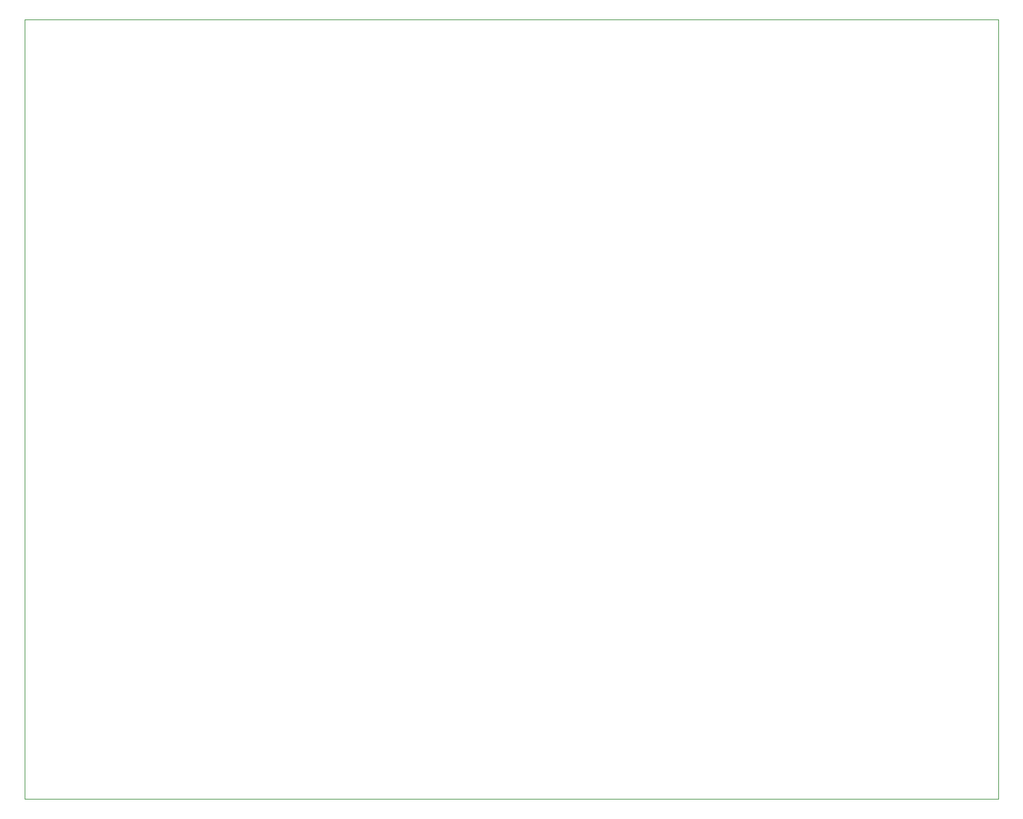
<source format=gbr>
G04 #@! TF.GenerationSoftware,KiCad,Pcbnew,(5.1.5-0-10_14)*
G04 #@! TF.CreationDate,2020-12-05T17:11:42-05:00*
G04 #@! TF.ProjectId,quantar-interface,7175616e-7461-4722-9d69-6e7465726661,rev?*
G04 #@! TF.SameCoordinates,Original*
G04 #@! TF.FileFunction,Profile,NP*
%FSLAX46Y46*%
G04 Gerber Fmt 4.6, Leading zero omitted, Abs format (unit mm)*
G04 Created by KiCad (PCBNEW (5.1.5-0-10_14)) date 2020-12-05 17:11:42*
%MOMM*%
%LPD*%
G04 APERTURE LIST*
%ADD10C,0.100000*%
G04 APERTURE END LIST*
D10*
X203200000Y-50800000D02*
X203200000Y-152400000D01*
X76200000Y-50800000D02*
X203200000Y-50800000D01*
X76200000Y-152400000D02*
X76200000Y-50800000D01*
X203200000Y-152400000D02*
X76200000Y-152400000D01*
M02*

</source>
